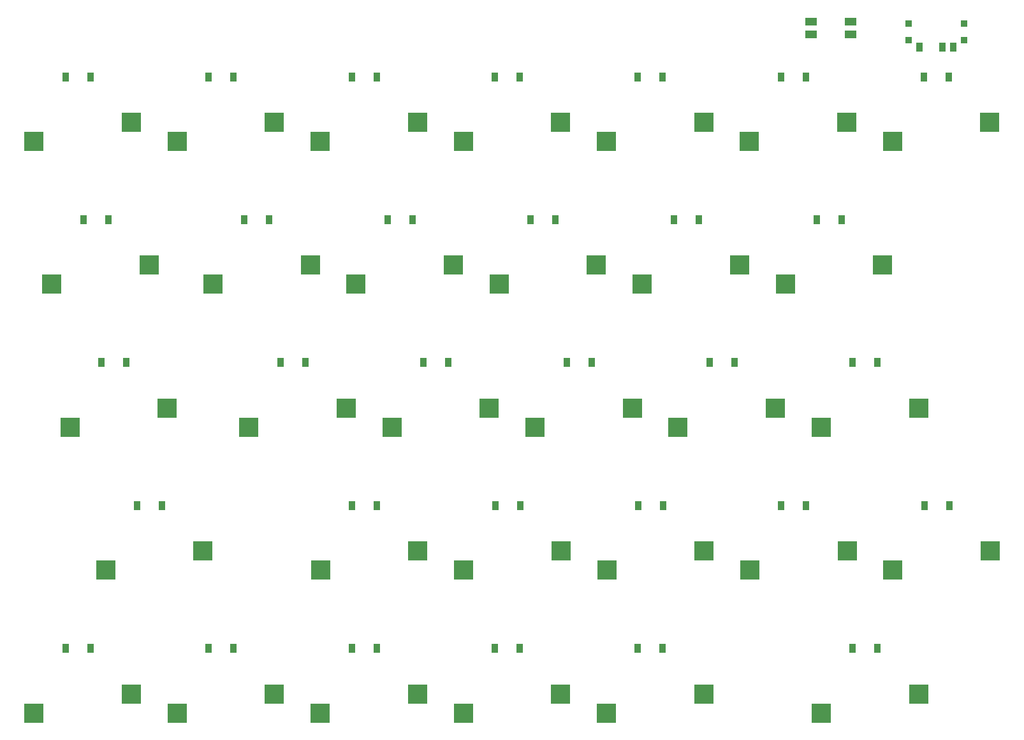
<source format=gbr>
%TF.GenerationSoftware,KiCad,Pcbnew,9.0.7*%
%TF.CreationDate,2026-01-20T23:15:53-08:00*%
%TF.ProjectId,left,6c656674-2e6b-4696-9361-645f70636258,v1.0.0*%
%TF.SameCoordinates,Original*%
%TF.FileFunction,Paste,Bot*%
%TF.FilePolarity,Positive*%
%FSLAX46Y46*%
G04 Gerber Fmt 4.6, Leading zero omitted, Abs format (unit mm)*
G04 Created by KiCad (PCBNEW 9.0.7) date 2026-01-20 23:15:53*
%MOMM*%
%LPD*%
G01*
G04 APERTURE LIST*
%ADD10R,0.900000X0.900000*%
%ADD11R,0.900000X1.250000*%
%ADD12R,2.550000X2.500000*%
%ADD13R,0.900000X1.200000*%
%ADD14R,1.550000X1.000000*%
G04 APERTURE END LIST*
D10*
%TO.C,T1*%
X210300000Y-63400000D03*
X210300000Y-65600000D03*
X217700000Y-63400000D03*
X217700000Y-65600000D03*
D11*
X211750000Y-66575000D03*
X214750000Y-66575000D03*
X216250000Y-66575000D03*
%TD*%
D12*
%TO.C,S5*%
X107085000Y-76540000D03*
X94158000Y-79080000D03*
%TD*%
D13*
%TO.C,D28*%
X202875000Y-108500000D03*
X206175000Y-108500000D03*
%TD*%
D12*
%TO.C,S12*%
X164135000Y-133540000D03*
X151208000Y-136080000D03*
%TD*%
D13*
%TO.C,D15*%
X136350000Y-70500000D03*
X139650000Y-70500000D03*
%TD*%
D14*
%TO.C,B1*%
X197375000Y-63150000D03*
X202625000Y-63150000D03*
X197375000Y-64850000D03*
X202625000Y-64850000D03*
%TD*%
D13*
%TO.C,D24*%
X179112500Y-89500000D03*
X182412500Y-89500000D03*
%TD*%
D12*
%TO.C,S4*%
X109466250Y-95540000D03*
X96539250Y-98080000D03*
%TD*%
D13*
%TO.C,D27*%
X212400000Y-127500000D03*
X215700000Y-127500000D03*
%TD*%
%TO.C,D29*%
X198112500Y-89500000D03*
X201412500Y-89500000D03*
%TD*%
%TO.C,D13*%
X145875000Y-108500000D03*
X149175000Y-108500000D03*
%TD*%
D12*
%TO.C,S17*%
X183135000Y-133540000D03*
X170208000Y-136080000D03*
%TD*%
%TO.C,S14*%
X149847500Y-95540000D03*
X136920500Y-98080000D03*
%TD*%
%TO.C,S15*%
X145085000Y-76540000D03*
X132158000Y-79080000D03*
%TD*%
%TO.C,S26*%
X211610000Y-152540000D03*
X198683000Y-155080000D03*
%TD*%
%TO.C,S19*%
X168847500Y-95540000D03*
X155920500Y-98080000D03*
%TD*%
%TO.C,S23*%
X192610000Y-114540000D03*
X179683000Y-117080000D03*
%TD*%
%TO.C,S25*%
X183085000Y-76540000D03*
X170158000Y-79080000D03*
%TD*%
D13*
%TO.C,D23*%
X183875000Y-108500000D03*
X187175000Y-108500000D03*
%TD*%
%TO.C,D14*%
X141112500Y-89500000D03*
X144412500Y-89500000D03*
%TD*%
D12*
%TO.C,S13*%
X154610000Y-114540000D03*
X141683000Y-117080000D03*
%TD*%
D13*
%TO.C,D31*%
X212350000Y-70500000D03*
X215650000Y-70500000D03*
%TD*%
D12*
%TO.C,S31*%
X221085000Y-76540000D03*
X208158000Y-79080000D03*
%TD*%
D13*
%TO.C,D10*%
X117350000Y-70500000D03*
X120650000Y-70500000D03*
%TD*%
D12*
%TO.C,S28*%
X211610000Y-114540000D03*
X198683000Y-117080000D03*
%TD*%
%TO.C,S27*%
X221135000Y-133540000D03*
X208208000Y-136080000D03*
%TD*%
%TO.C,S24*%
X187847500Y-95540000D03*
X174920500Y-98080000D03*
%TD*%
%TO.C,S20*%
X164085000Y-76540000D03*
X151158000Y-79080000D03*
%TD*%
D13*
%TO.C,D30*%
X193350000Y-70500000D03*
X196650000Y-70500000D03*
%TD*%
D12*
%TO.C,S3*%
X111847500Y-114540000D03*
X98920500Y-117080000D03*
%TD*%
%TO.C,S30*%
X202085000Y-76540000D03*
X189158000Y-79080000D03*
%TD*%
%TO.C,S10*%
X126085000Y-76540000D03*
X113158000Y-79080000D03*
%TD*%
D13*
%TO.C,D22*%
X193400000Y-127500000D03*
X196700000Y-127500000D03*
%TD*%
%TO.C,D3*%
X103112500Y-108500000D03*
X106412500Y-108500000D03*
%TD*%
%TO.C,D5*%
X98350000Y-70500000D03*
X101650000Y-70500000D03*
%TD*%
%TO.C,D2*%
X107875000Y-127500000D03*
X111175000Y-127500000D03*
%TD*%
%TO.C,D17*%
X174400000Y-127500000D03*
X177700000Y-127500000D03*
%TD*%
%TO.C,D11*%
X136350000Y-146500000D03*
X139650000Y-146500000D03*
%TD*%
%TO.C,D18*%
X164875000Y-108500000D03*
X168175000Y-108500000D03*
%TD*%
%TO.C,D12*%
X155400000Y-127500000D03*
X158700000Y-127500000D03*
%TD*%
%TO.C,D20*%
X155350000Y-70500000D03*
X158650000Y-70500000D03*
%TD*%
%TO.C,D16*%
X155350000Y-146500000D03*
X158650000Y-146500000D03*
%TD*%
%TO.C,D21*%
X174350000Y-146500000D03*
X177650000Y-146500000D03*
%TD*%
D12*
%TO.C,S18*%
X173610000Y-114540000D03*
X160683000Y-117080000D03*
%TD*%
%TO.C,S11*%
X145085000Y-152540000D03*
X132158000Y-155080000D03*
%TD*%
D13*
%TO.C,D8*%
X126875000Y-108500000D03*
X130175000Y-108500000D03*
%TD*%
%TO.C,D26*%
X202875000Y-146500000D03*
X206175000Y-146500000D03*
%TD*%
%TO.C,D7*%
X136400000Y-127500000D03*
X139700000Y-127500000D03*
%TD*%
D12*
%TO.C,S6*%
X126085000Y-152540000D03*
X113158000Y-155080000D03*
%TD*%
D13*
%TO.C,D6*%
X117350000Y-146500000D03*
X120650000Y-146500000D03*
%TD*%
D12*
%TO.C,S9*%
X130847500Y-95540000D03*
X117920500Y-98080000D03*
%TD*%
%TO.C,S1*%
X107085000Y-152540000D03*
X94158000Y-155080000D03*
%TD*%
D13*
%TO.C,D19*%
X160112500Y-89500000D03*
X163412500Y-89500000D03*
%TD*%
D12*
%TO.C,S16*%
X164085000Y-152540000D03*
X151158000Y-155080000D03*
%TD*%
D13*
%TO.C,D9*%
X122112500Y-89500000D03*
X125412500Y-89500000D03*
%TD*%
D12*
%TO.C,S8*%
X135610000Y-114540000D03*
X122683000Y-117080000D03*
%TD*%
D13*
%TO.C,D1*%
X98350000Y-146500000D03*
X101650000Y-146500000D03*
%TD*%
%TO.C,D4*%
X100731250Y-89500000D03*
X104031250Y-89500000D03*
%TD*%
D12*
%TO.C,S21*%
X183085000Y-152540000D03*
X170158000Y-155080000D03*
%TD*%
%TO.C,S29*%
X206847500Y-95540000D03*
X193920500Y-98080000D03*
%TD*%
%TO.C,S22*%
X202135000Y-133540000D03*
X189208000Y-136080000D03*
%TD*%
D13*
%TO.C,D25*%
X174350000Y-70500000D03*
X177650000Y-70500000D03*
%TD*%
D12*
%TO.C,S7*%
X145135000Y-133540000D03*
X132208000Y-136080000D03*
%TD*%
%TO.C,S2*%
X116610000Y-133540000D03*
X103683000Y-136080000D03*
%TD*%
M02*

</source>
